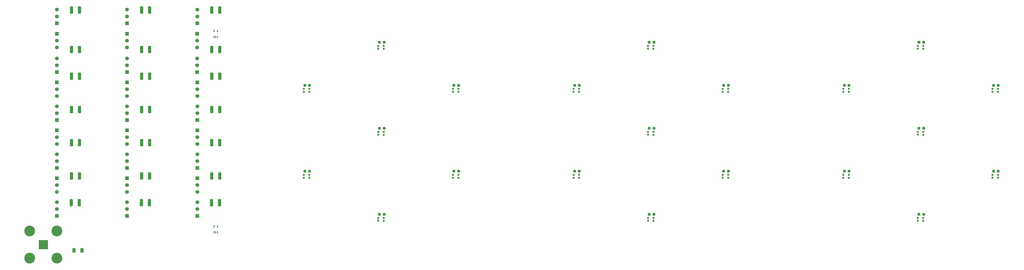
<source format=gbr>
%TF.GenerationSoftware,KiCad,Pcbnew,(6.0.8-1)-1*%
%TF.CreationDate,2023-04-06T11:00:11-04:00*%
%TF.ProjectId,Untitled,556e7469-746c-4656-942e-6b696361645f,rev?*%
%TF.SameCoordinates,Original*%
%TF.FileFunction,Soldermask,Top*%
%TF.FilePolarity,Negative*%
%FSLAX46Y46*%
G04 Gerber Fmt 4.6, Leading zero omitted, Abs format (unit mm)*
G04 Created by KiCad (PCBNEW (6.0.8-1)-1) date 2023-04-06 11:00:11*
%MOMM*%
%LPD*%
G01*
G04 APERTURE LIST*
G04 Aperture macros list*
%AMRoundRect*
0 Rectangle with rounded corners*
0 $1 Rounding radius*
0 $2 $3 $4 $5 $6 $7 $8 $9 X,Y pos of 4 corners*
0 Add a 4 corners polygon primitive as box body*
4,1,4,$2,$3,$4,$5,$6,$7,$8,$9,$2,$3,0*
0 Add four circle primitives for the rounded corners*
1,1,$1+$1,$2,$3*
1,1,$1+$1,$4,$5*
1,1,$1+$1,$6,$7*
1,1,$1+$1,$8,$9*
0 Add four rect primitives between the rounded corners*
20,1,$1+$1,$2,$3,$4,$5,0*
20,1,$1+$1,$4,$5,$6,$7,0*
20,1,$1+$1,$6,$7,$8,$9,0*
20,1,$1+$1,$8,$9,$2,$3,0*%
G04 Aperture macros list end*
%ADD10R,1.397000X1.397000*%
%ADD11C,1.397000*%
%ADD12RoundRect,0.250000X-0.325000X-1.100000X0.325000X-1.100000X0.325000X1.100000X-0.325000X1.100000X0*%
%ADD13R,0.700000X0.700000*%
%ADD14RoundRect,0.237500X-0.287500X-0.237500X0.287500X-0.237500X0.287500X0.237500X-0.287500X0.237500X0*%
%ADD15RoundRect,0.087500X-0.087500X-0.337500X0.087500X-0.337500X0.087500X0.337500X-0.087500X0.337500X0*%
%ADD16RoundRect,0.250000X-0.312500X-0.625000X0.312500X-0.625000X0.312500X0.625000X-0.312500X0.625000X0*%
%ADD17R,3.500000X3.500000*%
%ADD18C,4.000000*%
G04 APERTURE END LIST*
D10*
%TO.C,REF\u002A\u002A*%
X7200000Y-59200000D03*
D11*
X7200000Y-56660000D03*
X7200000Y-54120000D03*
%TD*%
D10*
%TO.C,REF\u002A\u002A*%
X7250100Y-76987500D03*
D11*
X7250100Y-74447500D03*
X7250100Y-71907500D03*
%TD*%
D10*
%TO.C,REF\u002A\u002A*%
X7250100Y-112587500D03*
D11*
X7250100Y-110047500D03*
X7250100Y-107507500D03*
%TD*%
D12*
%TO.C,10 nF*%
X12625000Y-97690951D03*
X15575000Y-97690951D03*
%TD*%
%TO.C,10 nF*%
X12625000Y-73072857D03*
X15575000Y-73072857D03*
%TD*%
D10*
%TO.C,REF\u002A\u002A*%
X7250100Y-98612500D03*
D11*
X7250100Y-101152500D03*
X7250100Y-103692500D03*
%TD*%
D10*
%TO.C,REF\u002A\u002A*%
X7200000Y-45000000D03*
D11*
X7200000Y-47540000D03*
X7200000Y-50080000D03*
%TD*%
D12*
%TO.C,10 nF*%
X12525000Y-107600000D03*
X15475000Y-107600000D03*
%TD*%
%TO.C,10 nF*%
X12625000Y-50800000D03*
X15575000Y-50800000D03*
%TD*%
D10*
%TO.C,REF\u002A\u002A*%
X7250100Y-94787500D03*
D11*
X7250100Y-92247500D03*
X7250100Y-89707500D03*
%TD*%
D10*
%TO.C,REF\u002A\u002A*%
X7250100Y-41100000D03*
D11*
X7250100Y-38560000D03*
X7250100Y-36020000D03*
%TD*%
D10*
%TO.C,REF\u002A\u002A*%
X7250100Y-63012500D03*
D11*
X7250100Y-65552500D03*
X7250100Y-68092500D03*
%TD*%
D12*
%TO.C,10 nF*%
X12625000Y-85381904D03*
X15575000Y-85381904D03*
%TD*%
%TO.C,10 nF*%
X12625000Y-36145716D03*
X15575000Y-36145716D03*
%TD*%
%TO.C,10 nF*%
X12625000Y-60763810D03*
X15575000Y-60763810D03*
%TD*%
D10*
%TO.C,REF\u002A\u002A*%
X7250100Y-80812500D03*
D11*
X7250100Y-83352500D03*
X7250100Y-85892500D03*
%TD*%
D10*
%TO.C,REF\u002A\u002A*%
X33250100Y-76987500D03*
D11*
X33250100Y-74447500D03*
X33250100Y-71907500D03*
%TD*%
D12*
%TO.C,10 nF*%
X38625000Y-97690951D03*
X41575000Y-97690951D03*
%TD*%
%TO.C,10 nF*%
X38625000Y-50800000D03*
X41575000Y-50800000D03*
%TD*%
D10*
%TO.C,REF\u002A\u002A*%
X33200000Y-59200000D03*
D11*
X33200000Y-56660000D03*
X33200000Y-54120000D03*
%TD*%
D10*
%TO.C,REF\u002A\u002A*%
X33250100Y-112587500D03*
D11*
X33250100Y-110047500D03*
X33250100Y-107507500D03*
%TD*%
D10*
%TO.C,REF\u002A\u002A*%
X33250100Y-63012500D03*
D11*
X33250100Y-65552500D03*
X33250100Y-68092500D03*
%TD*%
D10*
%TO.C,REF\u002A\u002A*%
X33250100Y-98612500D03*
D11*
X33250100Y-101152500D03*
X33250100Y-103692500D03*
%TD*%
D10*
%TO.C,REF\u002A\u002A*%
X33200000Y-45000000D03*
D11*
X33200000Y-47540000D03*
X33200000Y-50080000D03*
%TD*%
D12*
%TO.C,10 nF*%
X38525000Y-107600000D03*
X41475000Y-107600000D03*
%TD*%
%TO.C,10 nF*%
X38625000Y-60763810D03*
X41575000Y-60763810D03*
%TD*%
D10*
%TO.C,REF\u002A\u002A*%
X33250100Y-41100000D03*
D11*
X33250100Y-38560000D03*
X33250100Y-36020000D03*
%TD*%
D10*
%TO.C,REF\u002A\u002A*%
X33250100Y-80812500D03*
D11*
X33250100Y-83352500D03*
X33250100Y-85892500D03*
%TD*%
D10*
%TO.C,REF\u002A\u002A*%
X33250100Y-94787500D03*
D11*
X33250100Y-92247500D03*
X33250100Y-89707500D03*
%TD*%
D12*
%TO.C,10 nF*%
X38625000Y-85381904D03*
X41575000Y-85381904D03*
%TD*%
%TO.C,10 nF*%
X38625000Y-36145716D03*
X41575000Y-36145716D03*
%TD*%
%TO.C,10 nF*%
X38625000Y-73072857D03*
X41575000Y-73072857D03*
%TD*%
D13*
%TO.C,REF\u002A\u002A*%
X356022500Y-65410000D03*
X353997500Y-65410000D03*
X353997500Y-66460000D03*
X356022500Y-66510000D03*
%TD*%
D14*
%TO.C,REF\u002A\u002A*%
X299125000Y-95985000D03*
X300875000Y-95985000D03*
%TD*%
%TO.C,REF\u002A\u002A*%
X326755000Y-111945000D03*
X328505000Y-111945000D03*
%TD*%
D13*
%TO.C,REF\u002A\u002A*%
X356022500Y-97320000D03*
X353997500Y-97320000D03*
X353997500Y-98370000D03*
X356022500Y-98420000D03*
%TD*%
%TO.C,REF\u002A\u002A*%
X328382500Y-81370000D03*
X326357500Y-81370000D03*
X326357500Y-82420000D03*
X328382500Y-82470000D03*
%TD*%
%TO.C,REF\u002A\u002A*%
X300752500Y-97320000D03*
X298727500Y-97320000D03*
X298727500Y-98370000D03*
X300752500Y-98420000D03*
%TD*%
D14*
%TO.C,REF\u002A\u002A*%
X299125000Y-64075000D03*
X300875000Y-64075000D03*
%TD*%
%TO.C,REF\u002A\u002A*%
X354395000Y-64075000D03*
X356145000Y-64075000D03*
%TD*%
D13*
%TO.C,REF\u002A\u002A*%
X328382500Y-49460000D03*
X326357500Y-49460000D03*
X326357500Y-50510000D03*
X328382500Y-50560000D03*
%TD*%
%TO.C,REF\u002A\u002A*%
X328382500Y-113280000D03*
X326357500Y-113280000D03*
X326357500Y-114330000D03*
X328382500Y-114380000D03*
%TD*%
D14*
%TO.C,REF\u002A\u002A*%
X354395000Y-95985000D03*
X356145000Y-95985000D03*
%TD*%
%TO.C,REF\u002A\u002A*%
X326755000Y-48125000D03*
X328505000Y-48125000D03*
%TD*%
%TO.C,REF\u002A\u002A*%
X326755000Y-80035000D03*
X328505000Y-80035000D03*
%TD*%
D13*
%TO.C,REF\u002A\u002A*%
X300752500Y-65410000D03*
X298727500Y-65410000D03*
X298727500Y-66460000D03*
X300752500Y-66510000D03*
%TD*%
D14*
%TO.C,REF\u002A\u002A*%
X199125000Y-95985000D03*
X200875000Y-95985000D03*
%TD*%
%TO.C,REF\u002A\u002A*%
X226755000Y-111945000D03*
X228505000Y-111945000D03*
%TD*%
D13*
%TO.C,REF\u002A\u002A*%
X256022500Y-97320000D03*
X253997500Y-97320000D03*
X253997500Y-98370000D03*
X256022500Y-98420000D03*
%TD*%
%TO.C,REF\u002A\u002A*%
X256022500Y-65410000D03*
X253997500Y-65410000D03*
X253997500Y-66460000D03*
X256022500Y-66510000D03*
%TD*%
%TO.C,REF\u002A\u002A*%
X228382500Y-49460000D03*
X226357500Y-49460000D03*
X226357500Y-50510000D03*
X228382500Y-50560000D03*
%TD*%
D14*
%TO.C,REF\u002A\u002A*%
X254395000Y-95985000D03*
X256145000Y-95985000D03*
%TD*%
%TO.C,REF\u002A\u002A*%
X226755000Y-80035000D03*
X228505000Y-80035000D03*
%TD*%
D13*
%TO.C,REF\u002A\u002A*%
X200752500Y-97320000D03*
X198727500Y-97320000D03*
X198727500Y-98370000D03*
X200752500Y-98420000D03*
%TD*%
%TO.C,REF\u002A\u002A*%
X200752500Y-65410000D03*
X198727500Y-65410000D03*
X198727500Y-66460000D03*
X200752500Y-66510000D03*
%TD*%
D14*
%TO.C,REF\u002A\u002A*%
X199125000Y-64075000D03*
X200875000Y-64075000D03*
%TD*%
%TO.C,REF\u002A\u002A*%
X226755000Y-48125000D03*
X228505000Y-48125000D03*
%TD*%
%TO.C,REF\u002A\u002A*%
X254395000Y-64075000D03*
X256145000Y-64075000D03*
%TD*%
D13*
%TO.C,REF\u002A\u002A*%
X228382500Y-113280000D03*
X226357500Y-113280000D03*
X226357500Y-114330000D03*
X228382500Y-114380000D03*
%TD*%
%TO.C,REF\u002A\u002A*%
X228382500Y-81370000D03*
X226357500Y-81370000D03*
X226357500Y-82420000D03*
X228382500Y-82470000D03*
%TD*%
D12*
%TO.C,10 nF*%
X64525000Y-107600000D03*
X67475000Y-107600000D03*
%TD*%
D15*
%TO.C,Temp2*%
X65450000Y-118600000D03*
X66100000Y-118600000D03*
X66750000Y-118600000D03*
X66750000Y-116400000D03*
X65450000Y-116400000D03*
%TD*%
D13*
%TO.C,REF\u002A\u002A*%
X128382500Y-49460000D03*
X126357500Y-49460000D03*
X126357500Y-50510000D03*
X128382500Y-50560000D03*
%TD*%
D16*
%TO.C,50 \u03A9*%
X13575000Y-125300000D03*
X16500000Y-125300000D03*
%TD*%
D15*
%TO.C,REF\u002A\u002A*%
X65450000Y-46200000D03*
X66100000Y-46200000D03*
X66750000Y-46200000D03*
X66750000Y-44000000D03*
X65450000Y-44000000D03*
%TD*%
D12*
%TO.C,10 nF*%
X64625000Y-36145716D03*
X67575000Y-36145716D03*
%TD*%
D10*
%TO.C,REF\u002A\u002A*%
X59200000Y-59200000D03*
D11*
X59200000Y-56660000D03*
X59200000Y-54120000D03*
%TD*%
D13*
%TO.C,REF\u002A\u002A*%
X156022500Y-97320000D03*
X153997500Y-97320000D03*
X153997500Y-98370000D03*
X156022500Y-98420000D03*
%TD*%
D14*
%TO.C,REF\u002A\u002A*%
X99125000Y-95985000D03*
X100875000Y-95985000D03*
%TD*%
D17*
%TO.C,LEDs*%
X2200000Y-123200000D03*
D18*
X-2825000Y-118175000D03*
X-2825000Y-128225000D03*
X7225000Y-128225000D03*
X7225000Y-118175000D03*
%TD*%
D13*
%TO.C,REF\u002A\u002A*%
X100752500Y-97320000D03*
X98727500Y-97320000D03*
X98727500Y-98370000D03*
X100752500Y-98420000D03*
%TD*%
D12*
%TO.C,10 nF*%
X64625000Y-73072857D03*
X67575000Y-73072857D03*
%TD*%
D10*
%TO.C,REF\u002A\u002A*%
X59250100Y-41100000D03*
D11*
X59250100Y-38560000D03*
X59250100Y-36020000D03*
%TD*%
D10*
%TO.C,REF\u002A\u002A*%
X59250100Y-76987500D03*
D11*
X59250100Y-74447500D03*
X59250100Y-71907500D03*
%TD*%
D14*
%TO.C,REF\u002A\u002A*%
X154395000Y-95985000D03*
X156145000Y-95985000D03*
%TD*%
%TO.C,REF\u002A\u002A*%
X154395000Y-64075000D03*
X156145000Y-64075000D03*
%TD*%
D13*
%TO.C,REF\u002A\u002A*%
X128382500Y-81370000D03*
X126357500Y-81370000D03*
X126357500Y-82420000D03*
X128382500Y-82470000D03*
%TD*%
D12*
%TO.C,10 nF*%
X64625000Y-60763810D03*
X67575000Y-60763810D03*
%TD*%
%TO.C,10 nF*%
X64625000Y-50800000D03*
X67575000Y-50800000D03*
%TD*%
D13*
%TO.C,REF\u002A\u002A*%
X128382500Y-113280000D03*
X126357500Y-113280000D03*
X126357500Y-114330000D03*
X128382500Y-114380000D03*
%TD*%
%TO.C,REF\u002A\u002A*%
X156022500Y-65410000D03*
X153997500Y-65410000D03*
X153997500Y-66460000D03*
X156022500Y-66510000D03*
%TD*%
D14*
%TO.C,REF\u002A\u002A*%
X126755000Y-111945000D03*
X128505000Y-111945000D03*
%TD*%
%TO.C,REF\u002A\u002A*%
X126755000Y-48125000D03*
X128505000Y-48125000D03*
%TD*%
D12*
%TO.C,10 nF*%
X64625000Y-85381904D03*
X67575000Y-85381904D03*
%TD*%
D10*
%TO.C,REF\u002A\u002A*%
X59250100Y-94787500D03*
D11*
X59250100Y-92247500D03*
X59250100Y-89707500D03*
%TD*%
D14*
%TO.C,REF\u002A\u002A*%
X126755000Y-80035000D03*
X128505000Y-80035000D03*
%TD*%
D10*
%TO.C,REF\u002A\u002A*%
X59250100Y-112587500D03*
D11*
X59250100Y-110047500D03*
X59250100Y-107507500D03*
%TD*%
D12*
%TO.C,10 nF*%
X64625000Y-97690951D03*
X67575000Y-97690951D03*
%TD*%
D13*
%TO.C,REF\u002A\u002A*%
X100752500Y-65410000D03*
X98727500Y-65410000D03*
X98727500Y-66460000D03*
X100752500Y-66510000D03*
%TD*%
D14*
%TO.C,REF\u002A\u002A*%
X99125000Y-64075000D03*
X100875000Y-64075000D03*
%TD*%
D10*
%TO.C,REF\u002A\u002A*%
X59250100Y-80812500D03*
D11*
X59250100Y-83352500D03*
X59250100Y-85892500D03*
%TD*%
D10*
%TO.C,REF\u002A\u002A*%
X59200000Y-45000000D03*
D11*
X59200000Y-47540000D03*
X59200000Y-50080000D03*
%TD*%
D10*
%TO.C,REF\u002A\u002A*%
X59250100Y-98612500D03*
D11*
X59250100Y-101152500D03*
X59250100Y-103692500D03*
%TD*%
D10*
%TO.C,REF\u002A\u002A*%
X59250100Y-63012500D03*
D11*
X59250100Y-65552500D03*
X59250100Y-68092500D03*
%TD*%
M02*

</source>
